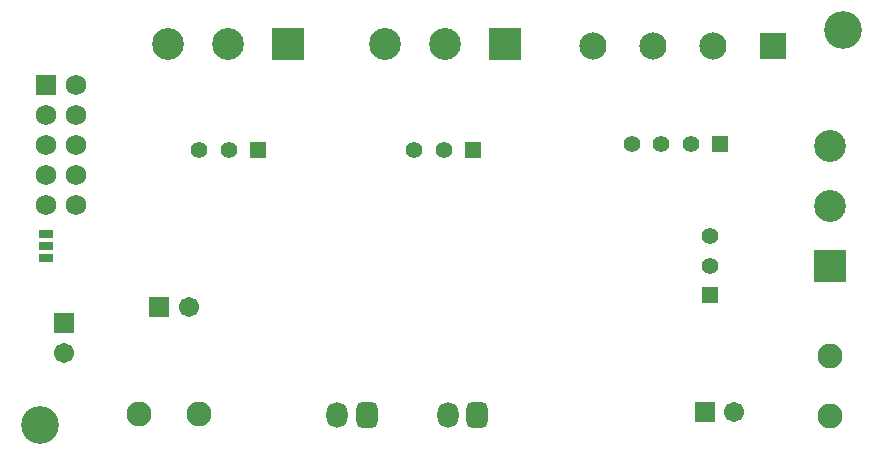
<source format=gbs>
G04*
G04 #@! TF.GenerationSoftware,Altium Limited,Altium Designer,20.1.8 (145)*
G04*
G04 Layer_Color=16711935*
%FSLAX25Y25*%
%MOIN*%
G70*
G04*
G04 #@! TF.SameCoordinates,19D57B75-9579-4F69-8231-0EC3C90D2157*
G04*
G04*
G04 #@! TF.FilePolarity,Negative*
G04*
G01*
G75*
%ADD29C,0.08280*%
%ADD30C,0.06902*%
%ADD31R,0.06902X0.06902*%
%ADD32R,0.06706X0.06706*%
%ADD33C,0.06706*%
%ADD34R,0.06706X0.06706*%
%ADD35R,0.10642X0.10642*%
%ADD36C,0.10642*%
%ADD37O,0.07099X0.08674*%
G04:AMPARAMS|DCode=38|XSize=86.74mil|YSize=70.99mil|CornerRadius=19.75mil|HoleSize=0mil|Usage=FLASHONLY|Rotation=270.000|XOffset=0mil|YOffset=0mil|HoleType=Round|Shape=RoundedRectangle|*
%AMROUNDEDRECTD38*
21,1,0.08674,0.03150,0,0,270.0*
21,1,0.04724,0.07099,0,0,270.0*
1,1,0.03950,-0.01575,-0.02362*
1,1,0.03950,-0.01575,0.02362*
1,1,0.03950,0.01575,0.02362*
1,1,0.03950,0.01575,-0.02362*
%
%ADD38ROUNDEDRECTD38*%
%ADD39R,0.10642X0.10642*%
%ADD40C,0.09068*%
%ADD41R,0.09068X0.09068*%
%ADD42R,0.05512X0.05512*%
%ADD43C,0.05512*%
%ADD44C,0.12611*%
%ADD45R,0.05512X0.05512*%
%ADD66R,0.04737X0.02769*%
D29*
X276575Y15000D02*
D03*
Y35000D02*
D03*
X66260Y15650D02*
D03*
X46260D02*
D03*
D30*
X25157Y85551D02*
D03*
Y95551D02*
D03*
Y105551D02*
D03*
Y115551D02*
D03*
Y125551D02*
D03*
X15157Y85551D02*
D03*
Y95551D02*
D03*
Y105551D02*
D03*
Y115551D02*
D03*
D31*
Y125551D02*
D03*
D32*
X52913Y51378D02*
D03*
X234842Y16535D02*
D03*
D33*
X62756Y51378D02*
D03*
X21063Y36220D02*
D03*
X244685Y16535D02*
D03*
D34*
X21063Y46063D02*
D03*
D35*
X95787Y139173D02*
D03*
X168228D02*
D03*
D36*
X75787D02*
D03*
X55787D02*
D03*
X148228D02*
D03*
X128228D02*
D03*
X276575Y84944D02*
D03*
Y104944D02*
D03*
D37*
X149175Y15453D02*
D03*
X112347D02*
D03*
D38*
X159018D02*
D03*
X122190D02*
D03*
D39*
X276575Y64944D02*
D03*
D40*
X197598Y138458D02*
D03*
X217598D02*
D03*
X237598D02*
D03*
D41*
X257598D02*
D03*
D42*
X157677Y103642D02*
D03*
X239961Y105709D02*
D03*
X86024Y103642D02*
D03*
D43*
X147835D02*
D03*
X137992D02*
D03*
X230118Y105709D02*
D03*
X220276D02*
D03*
X210433D02*
D03*
X76181Y103642D02*
D03*
X66339D02*
D03*
X236417Y65158D02*
D03*
Y75000D02*
D03*
D44*
X13189Y12008D02*
D03*
X280906Y143898D02*
D03*
D45*
X236417Y55315D02*
D03*
D66*
X15157Y67913D02*
D03*
Y71850D02*
D03*
Y75787D02*
D03*
M02*

</source>
